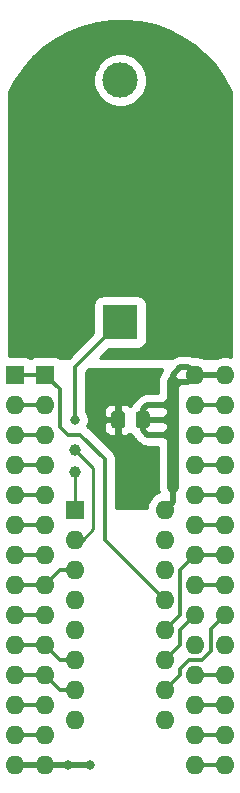
<source format=gtl>
%TF.GenerationSoftware,KiCad,Pcbnew,(5.1.9)-1*%
%TF.CreationDate,2021-02-22T17:40:15+08:00*%
%TF.ProjectId,SmartWatchRedux,536d6172-7457-4617-9463-685265647578,rev?*%
%TF.SameCoordinates,Original*%
%TF.FileFunction,Copper,L1,Top*%
%TF.FilePolarity,Positive*%
%FSLAX46Y46*%
G04 Gerber Fmt 4.6, Leading zero omitted, Abs format (unit mm)*
G04 Created by KiCad (PCBNEW (5.1.9)-1) date 2021-02-22 17:40:15*
%MOMM*%
%LPD*%
G01*
G04 APERTURE LIST*
%TA.AperFunction,ComponentPad*%
%ADD10O,1.600000X1.600000*%
%TD*%
%TA.AperFunction,ComponentPad*%
%ADD11R,1.600000X1.600000*%
%TD*%
%TA.AperFunction,ComponentPad*%
%ADD12C,1.000000*%
%TD*%
%TA.AperFunction,ComponentPad*%
%ADD13R,3.000000X3.000000*%
%TD*%
%TA.AperFunction,ComponentPad*%
%ADD14C,3.000000*%
%TD*%
%TA.AperFunction,ViaPad*%
%ADD15C,0.800000*%
%TD*%
%TA.AperFunction,Conductor*%
%ADD16C,0.350000*%
%TD*%
%TA.AperFunction,Conductor*%
%ADD17C,0.500000*%
%TD*%
%TA.AperFunction,Conductor*%
%ADD18C,1.000000*%
%TD*%
%TA.AperFunction,Conductor*%
%ADD19C,0.250000*%
%TD*%
%TA.AperFunction,Conductor*%
%ADD20C,0.254000*%
%TD*%
%TA.AperFunction,Conductor*%
%ADD21C,0.100000*%
%TD*%
G04 APERTURE END LIST*
D10*
%TO.P,CN1,28*%
%TO.N,VCC*%
X123190000Y-63500000D03*
%TO.P,CN1,14*%
%TO.N,GND*%
X107950000Y-96520000D03*
%TO.P,CN1,27*%
%TO.N,Net-(CN1-Pad27)*%
X123190000Y-66040000D03*
%TO.P,CN1,13*%
%TO.N,Net-(CN1-Pad13)*%
X107950000Y-93980000D03*
%TO.P,CN1,26*%
%TO.N,Net-(CN1-Pad26)*%
X123190000Y-68580000D03*
%TO.P,CN1,12*%
%TO.N,Net-(CN1-Pad12)*%
X107950000Y-91440000D03*
%TO.P,CN1,25*%
%TO.N,Net-(CN1-Pad25)*%
X123190000Y-71120000D03*
%TO.P,CN1,11*%
%TO.N,Net-(CN1-Pad11)*%
X107950000Y-88900000D03*
%TO.P,CN1,24*%
%TO.N,Net-(CN1-Pad24)*%
X123190000Y-73660000D03*
%TO.P,CN1,10*%
%TO.N,Net-(CN1-Pad10)*%
X107950000Y-86360000D03*
%TO.P,CN1,23*%
%TO.N,Net-(CN1-Pad23)*%
X123190000Y-76200000D03*
%TO.P,CN1,9*%
%TO.N,Net-(CN1-Pad9)*%
X107950000Y-83820000D03*
%TO.P,CN1,22*%
%TO.N,Net-(CN1-Pad22)*%
X123190000Y-78740000D03*
%TO.P,CN1,8*%
%TO.N,Net-(CN1-Pad8)*%
X107950000Y-81280000D03*
%TO.P,CN1,21*%
%TO.N,Net-(CN1-Pad21)*%
X123190000Y-81280000D03*
%TO.P,CN1,7*%
%TO.N,Net-(CN1-Pad7)*%
X107950000Y-78740000D03*
%TO.P,CN1,20*%
%TO.N,Net-(CN1-Pad20)*%
X123190000Y-83820000D03*
%TO.P,CN1,6*%
%TO.N,Net-(CN1-Pad6)*%
X107950000Y-76200000D03*
%TO.P,CN1,19*%
%TO.N,Net-(CN1-Pad19)*%
X123190000Y-86360000D03*
%TO.P,CN1,5*%
%TO.N,Net-(CN1-Pad5)*%
X107950000Y-73660000D03*
%TO.P,CN1,18*%
%TO.N,Net-(CN1-Pad18)*%
X123190000Y-88900000D03*
%TO.P,CN1,4*%
%TO.N,Net-(CN1-Pad4)*%
X107950000Y-71120000D03*
%TO.P,CN1,17*%
%TO.N,Net-(CN1-Pad17)*%
X123190000Y-91440000D03*
%TO.P,CN1,3*%
%TO.N,Net-(CN1-Pad3)*%
X107950000Y-68580000D03*
%TO.P,CN1,16*%
%TO.N,Net-(CN1-Pad16)*%
X123190000Y-93980000D03*
%TO.P,CN1,2*%
%TO.N,Net-(CN1-Pad2)*%
X107950000Y-66040000D03*
%TO.P,CN1,15*%
%TO.N,Net-(CN1-Pad15)*%
X123190000Y-96520000D03*
D11*
%TO.P,CN1,1*%
%TO.N,Net-(CN1-Pad1)*%
X107950000Y-63500000D03*
%TD*%
%TO.P,C1,2*%
%TO.N,GND*%
%TA.AperFunction,SMDPad,CuDef*%
G36*
G01*
X117257500Y-66835000D02*
X117257500Y-67785000D01*
G75*
G02*
X117007500Y-68035000I-250000J0D01*
G01*
X116332500Y-68035000D01*
G75*
G02*
X116082500Y-67785000I0J250000D01*
G01*
X116082500Y-66835000D01*
G75*
G02*
X116332500Y-66585000I250000J0D01*
G01*
X117007500Y-66585000D01*
G75*
G02*
X117257500Y-66835000I0J-250000D01*
G01*
G37*
%TD.AperFunction*%
%TO.P,C1,1*%
%TO.N,VCC*%
%TA.AperFunction,SMDPad,CuDef*%
G36*
G01*
X119332500Y-66835000D02*
X119332500Y-67785000D01*
G75*
G02*
X119082500Y-68035000I-250000J0D01*
G01*
X118407500Y-68035000D01*
G75*
G02*
X118157500Y-67785000I0J250000D01*
G01*
X118157500Y-66835000D01*
G75*
G02*
X118407500Y-66585000I250000J0D01*
G01*
X119082500Y-66585000D01*
G75*
G02*
X119332500Y-66835000I0J-250000D01*
G01*
G37*
%TD.AperFunction*%
%TD*%
D12*
%TO.P,Y1,1*%
%TO.N,/XTAL1*%
X113030000Y-71755000D03*
%TO.P,Y1,2*%
%TO.N,/XTAL2*%
X113030000Y-69855000D03*
%TD*%
D10*
%TO.P,U1,28*%
%TO.N,VCC*%
X125730000Y-63500000D03*
%TO.P,U1,14*%
%TO.N,GND*%
X110490000Y-96520000D03*
%TO.P,U1,27*%
%TO.N,Net-(CN1-Pad27)*%
X125730000Y-66040000D03*
%TO.P,U1,13*%
%TO.N,Net-(CN1-Pad13)*%
X110490000Y-93980000D03*
%TO.P,U1,26*%
%TO.N,Net-(CN1-Pad26)*%
X125730000Y-68580000D03*
%TO.P,U1,12*%
%TO.N,Net-(CN1-Pad12)*%
X110490000Y-91440000D03*
%TO.P,U1,25*%
%TO.N,Net-(CN1-Pad25)*%
X125730000Y-71120000D03*
%TO.P,U1,11*%
%TO.N,Net-(CN1-Pad11)*%
X110490000Y-88900000D03*
%TO.P,U1,24*%
%TO.N,Net-(CN1-Pad24)*%
X125730000Y-73660000D03*
%TO.P,U1,10*%
%TO.N,Net-(CN1-Pad10)*%
X110490000Y-86360000D03*
%TO.P,U1,23*%
%TO.N,Net-(CN1-Pad23)*%
X125730000Y-76200000D03*
%TO.P,U1,9*%
%TO.N,Net-(CN1-Pad9)*%
X110490000Y-83820000D03*
%TO.P,U1,22*%
%TO.N,Net-(CN1-Pad22)*%
X125730000Y-78740000D03*
%TO.P,U1,8*%
%TO.N,Net-(CN1-Pad8)*%
X110490000Y-81280000D03*
%TO.P,U1,21*%
%TO.N,Net-(CN1-Pad21)*%
X125730000Y-81280000D03*
%TO.P,U1,7*%
%TO.N,Net-(CN1-Pad7)*%
X110490000Y-78740000D03*
%TO.P,U1,20*%
%TO.N,Net-(U1-Pad20)*%
X125730000Y-83820000D03*
%TO.P,U1,6*%
%TO.N,Net-(CN1-Pad6)*%
X110490000Y-76200000D03*
%TO.P,U1,19*%
%TO.N,Net-(CN1-Pad19)*%
X125730000Y-86360000D03*
%TO.P,U1,5*%
%TO.N,Net-(CN1-Pad5)*%
X110490000Y-73660000D03*
%TO.P,U1,18*%
%TO.N,Net-(CN1-Pad18)*%
X125730000Y-88900000D03*
%TO.P,U1,4*%
%TO.N,Net-(CN1-Pad4)*%
X110490000Y-71120000D03*
%TO.P,U1,17*%
%TO.N,Net-(CN1-Pad17)*%
X125730000Y-91440000D03*
%TO.P,U1,3*%
%TO.N,Net-(CN1-Pad3)*%
X110490000Y-68580000D03*
%TO.P,U1,16*%
%TO.N,Net-(CN1-Pad16)*%
X125730000Y-93980000D03*
%TO.P,U1,2*%
%TO.N,Net-(CN1-Pad2)*%
X110490000Y-66040000D03*
%TO.P,U1,15*%
%TO.N,Net-(CN1-Pad15)*%
X125730000Y-96520000D03*
D11*
%TO.P,U1,1*%
%TO.N,Net-(CN1-Pad1)*%
X110490000Y-63500000D03*
%TD*%
D10*
%TO.P,U2,16*%
%TO.N,VCC*%
X120650000Y-74930000D03*
%TO.P,U2,8*%
%TO.N,GND*%
X113030000Y-92710000D03*
%TO.P,U2,15*%
%TO.N,Net-(U2-Pad15)*%
X120650000Y-77470000D03*
%TO.P,U2,7*%
%TO.N,Net-(CN1-Pad11)*%
X113030000Y-90170000D03*
%TO.P,U2,14*%
%TO.N,GND*%
X120650000Y-80010000D03*
%TO.P,U2,6*%
%TO.N,Net-(CN1-Pad10)*%
X113030000Y-87630000D03*
%TO.P,U2,13*%
%TO.N,Net-(CN1-Pad1)*%
X120650000Y-82550000D03*
%TO.P,U2,5*%
%TO.N,GND*%
X113030000Y-85090000D03*
%TO.P,U2,12*%
%TO.N,Net-(CN1-Pad22)*%
X120650000Y-85090000D03*
%TO.P,U2,4*%
%TO.N,Net-(BAT1-Pad1)*%
X113030000Y-82550000D03*
%TO.P,U2,11*%
%TO.N,Net-(CN1-Pad20)*%
X120650000Y-87630000D03*
%TO.P,U2,3*%
%TO.N,Net-(CN1-Pad8)*%
X113030000Y-80010000D03*
%TO.P,U2,10*%
%TO.N,Net-(U1-Pad20)*%
X120650000Y-90170000D03*
%TO.P,U2,2*%
%TO.N,/XTAL2*%
X113030000Y-77470000D03*
%TO.P,U2,9*%
%TO.N,Net-(U2-Pad15)*%
X120650000Y-92710000D03*
D11*
%TO.P,U2,1*%
%TO.N,/XTAL1*%
X113030000Y-74930000D03*
%TD*%
D13*
%TO.P,BAT1,1*%
%TO.N,Net-(BAT1-Pad1)*%
X116840000Y-59055000D03*
D14*
%TO.P,BAT1,2*%
%TO.N,GND*%
X116840000Y-38565000D03*
%TD*%
D15*
%TO.N,Net-(BAT1-Pad1)*%
X113030000Y-67310000D03*
%TO.N,GND*%
X114935000Y-64770000D03*
X116840000Y-64770000D03*
X118745000Y-64770000D03*
X112395000Y-96520000D03*
X114300000Y-96520000D03*
X116840000Y-73660000D03*
X118745000Y-73660000D03*
X114935000Y-67310000D03*
X116840000Y-42926000D03*
X116840000Y-54356000D03*
%TO.N,VCC*%
X121285000Y-73025000D03*
%TD*%
D16*
%TO.N,Net-(BAT1-Pad1)*%
X113030000Y-62865000D02*
X116840000Y-59055000D01*
X113030000Y-67310000D02*
X113030000Y-62865000D01*
D17*
%TO.N,GND*%
X107950000Y-96520000D02*
X110490000Y-96520000D01*
X116670000Y-67310000D02*
X116670000Y-69680000D01*
X116670000Y-69680000D02*
X116840000Y-69850000D01*
X114935000Y-64770000D02*
X116840000Y-64770000D01*
X116840000Y-64770000D02*
X118745000Y-64770000D01*
X116670000Y-64940000D02*
X116840000Y-64770000D01*
X116670000Y-67310000D02*
X116670000Y-64940000D01*
X110490000Y-96520000D02*
X112395000Y-96520000D01*
X112395000Y-96520000D02*
X114300000Y-96520000D01*
X116840000Y-69850000D02*
X116840000Y-73660000D01*
X116840000Y-73660000D02*
X118745000Y-73660000D01*
X114935000Y-64770000D02*
X114935000Y-67310000D01*
%TO.N,VCC*%
X123190000Y-63500000D02*
X125730000Y-63500000D01*
X121285000Y-63500000D02*
X121285000Y-64135000D01*
X122555000Y-64135000D02*
X123190000Y-63500000D01*
X123190000Y-63500000D02*
X122555000Y-62865000D01*
X122555000Y-62865000D02*
X121920000Y-62865000D01*
X121920000Y-62865000D02*
X121285000Y-63500000D01*
X118745000Y-66421000D02*
X119126000Y-66040000D01*
X118745000Y-67310000D02*
X118745000Y-66421000D01*
X118745000Y-68199000D02*
X119126000Y-68580000D01*
X118745000Y-67310000D02*
X118745000Y-68199000D01*
X120650000Y-66040000D02*
X121285000Y-65405000D01*
D18*
X121285000Y-66040000D02*
X121285000Y-65405000D01*
D17*
X120650000Y-66040000D02*
X121285000Y-66040000D01*
X120650000Y-66040000D02*
X121285000Y-66675000D01*
D18*
X121285000Y-66675000D02*
X121285000Y-66040000D01*
X121285000Y-67310000D02*
X121285000Y-66675000D01*
X121285000Y-67945000D02*
X121285000Y-67310000D01*
X121285000Y-68580000D02*
X121285000Y-67945000D01*
D17*
X120650000Y-67310000D02*
X121285000Y-67945000D01*
X120650000Y-67310000D02*
X121285000Y-67310000D01*
X120650000Y-67310000D02*
X121285000Y-66675000D01*
X120650000Y-68580000D02*
X121285000Y-67945000D01*
X120650000Y-68580000D02*
X121285000Y-68580000D01*
X120650000Y-68580000D02*
X121285000Y-69215000D01*
D18*
X121285000Y-69215000D02*
X121285000Y-68580000D01*
D17*
X119126000Y-68580000D02*
X120650000Y-68580000D01*
X119126000Y-66040000D02*
X120650000Y-66040000D01*
X118745000Y-67310000D02*
X120650000Y-67310000D01*
D18*
X121285000Y-73025000D02*
X121285000Y-69215000D01*
D17*
X121285000Y-74295000D02*
X120650000Y-74930000D01*
X121285000Y-73025000D02*
X121285000Y-74295000D01*
X121920000Y-64135000D02*
X121285000Y-64770000D01*
D18*
X121285000Y-64770000D02*
X121285000Y-64135000D01*
X121285000Y-65405000D02*
X121285000Y-64770000D01*
D17*
X121285000Y-64135000D02*
X121920000Y-64135000D01*
X121920000Y-64135000D02*
X122555000Y-64135000D01*
D16*
%TO.N,Net-(CN1-Pad27)*%
X123190000Y-66040000D02*
X125730000Y-66040000D01*
%TO.N,Net-(CN1-Pad13)*%
X110490000Y-93980000D02*
X107950000Y-93980000D01*
%TO.N,Net-(CN1-Pad26)*%
X125730000Y-68580000D02*
X123190000Y-68580000D01*
%TO.N,Net-(CN1-Pad12)*%
X107950000Y-91440000D02*
X110490000Y-91440000D01*
%TO.N,Net-(CN1-Pad25)*%
X123190000Y-71120000D02*
X125730000Y-71120000D01*
%TO.N,Net-(CN1-Pad11)*%
X110490000Y-88900000D02*
X107950000Y-88900000D01*
X111760000Y-90170000D02*
X110490000Y-88900000D01*
X113030000Y-90170000D02*
X111760000Y-90170000D01*
%TO.N,Net-(CN1-Pad24)*%
X125730000Y-73660000D02*
X123190000Y-73660000D01*
%TO.N,Net-(CN1-Pad10)*%
X107950000Y-86360000D02*
X110490000Y-86360000D01*
X111760000Y-87630000D02*
X110490000Y-86360000D01*
X113030000Y-87630000D02*
X111760000Y-87630000D01*
%TO.N,Net-(CN1-Pad23)*%
X123190000Y-76200000D02*
X125730000Y-76200000D01*
%TO.N,Net-(CN1-Pad9)*%
X110490000Y-83820000D02*
X107950000Y-83820000D01*
%TO.N,Net-(CN1-Pad22)*%
X125730000Y-78740000D02*
X123190000Y-78740000D01*
X121920000Y-80010000D02*
X123190000Y-78740000D01*
X121920000Y-83820000D02*
X121920000Y-80010000D01*
X120650000Y-85090000D02*
X121920000Y-83820000D01*
%TO.N,Net-(CN1-Pad8)*%
X107950000Y-81280000D02*
X110490000Y-81280000D01*
X111760000Y-80010000D02*
X110490000Y-81280000D01*
X113030000Y-80010000D02*
X111760000Y-80010000D01*
%TO.N,Net-(CN1-Pad21)*%
X125730000Y-81280000D02*
X123190000Y-81280000D01*
%TO.N,Net-(CN1-Pad7)*%
X110490000Y-78740000D02*
X107950000Y-78740000D01*
%TO.N,Net-(CN1-Pad20)*%
X121920000Y-85090000D02*
X123190000Y-83820000D01*
X121920000Y-86360000D02*
X121920000Y-85090000D01*
X120650000Y-87630000D02*
X121920000Y-86360000D01*
%TO.N,Net-(CN1-Pad6)*%
X107950000Y-76200000D02*
X110490000Y-76200000D01*
%TO.N,Net-(CN1-Pad5)*%
X110490000Y-73660000D02*
X107950000Y-73660000D01*
%TO.N,Net-(CN1-Pad18)*%
X125730000Y-88900000D02*
X123190000Y-88900000D01*
%TO.N,Net-(CN1-Pad4)*%
X107950000Y-71120000D02*
X110490000Y-71120000D01*
%TO.N,Net-(CN1-Pad17)*%
X123190000Y-91440000D02*
X125730000Y-91440000D01*
%TO.N,Net-(CN1-Pad3)*%
X110490000Y-68580000D02*
X107950000Y-68580000D01*
%TO.N,Net-(CN1-Pad16)*%
X125730000Y-93980000D02*
X123190000Y-93980000D01*
%TO.N,Net-(CN1-Pad2)*%
X107950000Y-66040000D02*
X110490000Y-66040000D01*
%TO.N,Net-(CN1-Pad15)*%
X123190000Y-96520000D02*
X125730000Y-96520000D01*
%TO.N,Net-(CN1-Pad1)*%
X110490000Y-63500000D02*
X107950000Y-63500000D01*
X115570000Y-77470000D02*
X120650000Y-82550000D01*
X113474500Y-68580000D02*
X115570000Y-70675500D01*
X111715001Y-67900001D02*
X112395000Y-68580000D01*
X112395000Y-68580000D02*
X113474500Y-68580000D01*
X111715001Y-64725001D02*
X111715001Y-67900001D01*
X115570000Y-70675500D02*
X115570000Y-77470000D01*
X110490000Y-63500000D02*
X111715001Y-64725001D01*
%TO.N,Net-(U1-Pad20)*%
X124504999Y-85045001D02*
X125730000Y-83820000D01*
X123733002Y-87630000D02*
X124504999Y-86858003D01*
X124504999Y-86858003D02*
X124504999Y-85045001D01*
X121920000Y-88401997D02*
X121920000Y-88900000D01*
X120650000Y-90170000D02*
X121920000Y-88900000D01*
X122691997Y-87630000D02*
X123733002Y-87630000D01*
X121920000Y-88401997D02*
X122691997Y-87630000D01*
D19*
%TO.N,/XTAL2*%
X113665000Y-77470000D02*
X113030000Y-77470000D01*
X114554000Y-76581000D02*
X113665000Y-77470000D01*
X114554000Y-71379000D02*
X114554000Y-76581000D01*
X113030000Y-69855000D02*
X114554000Y-71379000D01*
%TO.N,/XTAL1*%
X113030000Y-71755000D02*
X113030000Y-74930000D01*
%TD*%
D20*
%TO.N,GND*%
X120345511Y-63110852D02*
X120287643Y-63301614D01*
X120280999Y-63369078D01*
X120230608Y-63430478D01*
X120113423Y-63649717D01*
X120041260Y-63887605D01*
X120023000Y-64073004D01*
X120023000Y-65028000D01*
X119175700Y-65028000D01*
X119125999Y-65023105D01*
X119076298Y-65028000D01*
X119076289Y-65028000D01*
X118927613Y-65042643D01*
X118736851Y-65100511D01*
X118561043Y-65194482D01*
X118406946Y-65320946D01*
X118375254Y-65359563D01*
X118064554Y-65670262D01*
X118025947Y-65701946D01*
X117994263Y-65740553D01*
X117994257Y-65740559D01*
X117899482Y-65856043D01*
X117834293Y-65978005D01*
X117815435Y-66013287D01*
X117689302Y-66116802D01*
X117688760Y-66117463D01*
X117611994Y-66054463D01*
X117501680Y-65995498D01*
X117381982Y-65959188D01*
X117257500Y-65946928D01*
X116955750Y-65950000D01*
X116797000Y-66108750D01*
X116797000Y-67183000D01*
X116817000Y-67183000D01*
X116817000Y-67437000D01*
X116797000Y-67437000D01*
X116797000Y-68511250D01*
X116955750Y-68670000D01*
X117257500Y-68673072D01*
X117381982Y-68660812D01*
X117501680Y-68624502D01*
X117611994Y-68565537D01*
X117688760Y-68502537D01*
X117689302Y-68503198D01*
X117815435Y-68606713D01*
X117899482Y-68763957D01*
X117994257Y-68879441D01*
X117994263Y-68879447D01*
X118025947Y-68918054D01*
X118064554Y-68949738D01*
X118375254Y-69260437D01*
X118406946Y-69299054D01*
X118561043Y-69425518D01*
X118736851Y-69519489D01*
X118927613Y-69577357D01*
X119076289Y-69592000D01*
X119076298Y-69592000D01*
X119125999Y-69596895D01*
X119175700Y-69592000D01*
X120023001Y-69592000D01*
X120023000Y-73086995D01*
X120041260Y-73272394D01*
X120100293Y-73466999D01*
X119910115Y-73545773D01*
X119654283Y-73716715D01*
X119436715Y-73934283D01*
X119265773Y-74190115D01*
X119148027Y-74474381D01*
X119088000Y-74776156D01*
X119088000Y-74803000D01*
X116507000Y-74803000D01*
X116507000Y-70721517D01*
X116511532Y-70675500D01*
X116507000Y-70629483D01*
X116507000Y-70629475D01*
X116493442Y-70491816D01*
X116439863Y-70315191D01*
X116352856Y-70152412D01*
X116235764Y-70009736D01*
X116200018Y-69980400D01*
X114254618Y-68035000D01*
X115444428Y-68035000D01*
X115456688Y-68159482D01*
X115492998Y-68279180D01*
X115551963Y-68389494D01*
X115631315Y-68486185D01*
X115728006Y-68565537D01*
X115838320Y-68624502D01*
X115958018Y-68660812D01*
X116082500Y-68673072D01*
X116384250Y-68670000D01*
X116543000Y-68511250D01*
X116543000Y-67437000D01*
X115606250Y-67437000D01*
X115447500Y-67595750D01*
X115444428Y-68035000D01*
X114254618Y-68035000D01*
X114169606Y-67949988D01*
X114140264Y-67914236D01*
X114063539Y-67851269D01*
X114147345Y-67648943D01*
X114192000Y-67424447D01*
X114192000Y-67195553D01*
X114147345Y-66971057D01*
X114059751Y-66759587D01*
X113967000Y-66620775D01*
X113967000Y-66585000D01*
X115444428Y-66585000D01*
X115447500Y-67024250D01*
X115606250Y-67183000D01*
X116543000Y-67183000D01*
X116543000Y-66108750D01*
X116384250Y-65950000D01*
X116082500Y-65946928D01*
X115958018Y-65959188D01*
X115838320Y-65995498D01*
X115728006Y-66054463D01*
X115631315Y-66133815D01*
X115551963Y-66230506D01*
X115492998Y-66340820D01*
X115456688Y-66460518D01*
X115444428Y-66585000D01*
X113967000Y-66585000D01*
X113967000Y-63253117D01*
X114228117Y-62992000D01*
X120409038Y-62992000D01*
X120345511Y-63110852D01*
%TA.AperFunction,Conductor*%
D21*
G36*
X120345511Y-63110852D02*
G01*
X120287643Y-63301614D01*
X120280999Y-63369078D01*
X120230608Y-63430478D01*
X120113423Y-63649717D01*
X120041260Y-63887605D01*
X120023000Y-64073004D01*
X120023000Y-65028000D01*
X119175700Y-65028000D01*
X119125999Y-65023105D01*
X119076298Y-65028000D01*
X119076289Y-65028000D01*
X118927613Y-65042643D01*
X118736851Y-65100511D01*
X118561043Y-65194482D01*
X118406946Y-65320946D01*
X118375254Y-65359563D01*
X118064554Y-65670262D01*
X118025947Y-65701946D01*
X117994263Y-65740553D01*
X117994257Y-65740559D01*
X117899482Y-65856043D01*
X117834293Y-65978005D01*
X117815435Y-66013287D01*
X117689302Y-66116802D01*
X117688760Y-66117463D01*
X117611994Y-66054463D01*
X117501680Y-65995498D01*
X117381982Y-65959188D01*
X117257500Y-65946928D01*
X116955750Y-65950000D01*
X116797000Y-66108750D01*
X116797000Y-67183000D01*
X116817000Y-67183000D01*
X116817000Y-67437000D01*
X116797000Y-67437000D01*
X116797000Y-68511250D01*
X116955750Y-68670000D01*
X117257500Y-68673072D01*
X117381982Y-68660812D01*
X117501680Y-68624502D01*
X117611994Y-68565537D01*
X117688760Y-68502537D01*
X117689302Y-68503198D01*
X117815435Y-68606713D01*
X117899482Y-68763957D01*
X117994257Y-68879441D01*
X117994263Y-68879447D01*
X118025947Y-68918054D01*
X118064554Y-68949738D01*
X118375254Y-69260437D01*
X118406946Y-69299054D01*
X118561043Y-69425518D01*
X118736851Y-69519489D01*
X118927613Y-69577357D01*
X119076289Y-69592000D01*
X119076298Y-69592000D01*
X119125999Y-69596895D01*
X119175700Y-69592000D01*
X120023001Y-69592000D01*
X120023000Y-73086995D01*
X120041260Y-73272394D01*
X120100293Y-73466999D01*
X119910115Y-73545773D01*
X119654283Y-73716715D01*
X119436715Y-73934283D01*
X119265773Y-74190115D01*
X119148027Y-74474381D01*
X119088000Y-74776156D01*
X119088000Y-74803000D01*
X116507000Y-74803000D01*
X116507000Y-70721517D01*
X116511532Y-70675500D01*
X116507000Y-70629483D01*
X116507000Y-70629475D01*
X116493442Y-70491816D01*
X116439863Y-70315191D01*
X116352856Y-70152412D01*
X116235764Y-70009736D01*
X116200018Y-69980400D01*
X114254618Y-68035000D01*
X115444428Y-68035000D01*
X115456688Y-68159482D01*
X115492998Y-68279180D01*
X115551963Y-68389494D01*
X115631315Y-68486185D01*
X115728006Y-68565537D01*
X115838320Y-68624502D01*
X115958018Y-68660812D01*
X116082500Y-68673072D01*
X116384250Y-68670000D01*
X116543000Y-68511250D01*
X116543000Y-67437000D01*
X115606250Y-67437000D01*
X115447500Y-67595750D01*
X115444428Y-68035000D01*
X114254618Y-68035000D01*
X114169606Y-67949988D01*
X114140264Y-67914236D01*
X114063539Y-67851269D01*
X114147345Y-67648943D01*
X114192000Y-67424447D01*
X114192000Y-67195553D01*
X114147345Y-66971057D01*
X114059751Y-66759587D01*
X113967000Y-66620775D01*
X113967000Y-66585000D01*
X115444428Y-66585000D01*
X115447500Y-67024250D01*
X115606250Y-67183000D01*
X116543000Y-67183000D01*
X116543000Y-66108750D01*
X116384250Y-65950000D01*
X116082500Y-65946928D01*
X115958018Y-65959188D01*
X115838320Y-65995498D01*
X115728006Y-66054463D01*
X115631315Y-66133815D01*
X115551963Y-66230506D01*
X115492998Y-66340820D01*
X115456688Y-66460518D01*
X115444428Y-66585000D01*
X113967000Y-66585000D01*
X113967000Y-63253117D01*
X114228117Y-62992000D01*
X120409038Y-62992000D01*
X120345511Y-63110852D01*
G37*
%TD.AperFunction*%
%TD*%
D20*
%TO.N,GND*%
X118545427Y-33655782D02*
X119753574Y-33934247D01*
X120919507Y-34355834D01*
X122026360Y-34914446D01*
X123058080Y-35601981D01*
X123999727Y-36408483D01*
X124837672Y-37322278D01*
X125559764Y-38330120D01*
X126164243Y-39433282D01*
X126213001Y-39540520D01*
X126213000Y-49568653D01*
X126213001Y-49568663D01*
X126213001Y-62009369D01*
X126185619Y-61998027D01*
X125883844Y-61938000D01*
X125576156Y-61938000D01*
X125274381Y-61998027D01*
X125020952Y-62103000D01*
X123899048Y-62103000D01*
X123645619Y-61998027D01*
X123343844Y-61938000D01*
X123036156Y-61938000D01*
X122986131Y-61947951D01*
X122944149Y-61925511D01*
X122753387Y-61867643D01*
X122604711Y-61853000D01*
X122604701Y-61853000D01*
X122555000Y-61848105D01*
X122505299Y-61853000D01*
X121969708Y-61853000D01*
X121920000Y-61848104D01*
X121870292Y-61853000D01*
X121870289Y-61853000D01*
X121721613Y-61867643D01*
X121530851Y-61925511D01*
X121355043Y-62019482D01*
X121253276Y-62103000D01*
X115117118Y-62103000D01*
X115899432Y-61320686D01*
X118340000Y-61320686D01*
X118489378Y-61305974D01*
X118633015Y-61262402D01*
X118765392Y-61191645D01*
X118881422Y-61096422D01*
X118976645Y-60980392D01*
X119047402Y-60848015D01*
X119090974Y-60704378D01*
X119105686Y-60555000D01*
X119105686Y-57555000D01*
X119090974Y-57405622D01*
X119047402Y-57261985D01*
X118976645Y-57129608D01*
X118881422Y-57013578D01*
X118765392Y-56918355D01*
X118633015Y-56847598D01*
X118489378Y-56804026D01*
X118340000Y-56789314D01*
X115340000Y-56789314D01*
X115190622Y-56804026D01*
X115046985Y-56847598D01*
X114914608Y-56918355D01*
X114798578Y-57013578D01*
X114703355Y-57129608D01*
X114632598Y-57261985D01*
X114589026Y-57405622D01*
X114574314Y-57555000D01*
X114574314Y-59995568D01*
X112466883Y-62103000D01*
X111763700Y-62103000D01*
X111715392Y-62063355D01*
X111583015Y-61992598D01*
X111439378Y-61949026D01*
X111290000Y-61934314D01*
X109690000Y-61934314D01*
X109540622Y-61949026D01*
X109396985Y-61992598D01*
X109264608Y-62063355D01*
X109220000Y-62099964D01*
X109175392Y-62063355D01*
X109043015Y-61992598D01*
X108899378Y-61949026D01*
X108750000Y-61934314D01*
X107467000Y-61934314D01*
X107467000Y-39559520D01*
X107966723Y-38582109D01*
X108128409Y-38342212D01*
X114578000Y-38342212D01*
X114578000Y-38787788D01*
X114664927Y-39224801D01*
X114835441Y-39636459D01*
X115082990Y-40006941D01*
X115398059Y-40322010D01*
X115768541Y-40569559D01*
X116180199Y-40740073D01*
X116617212Y-40827000D01*
X117062788Y-40827000D01*
X117499801Y-40740073D01*
X117911459Y-40569559D01*
X118281941Y-40322010D01*
X118597010Y-40006941D01*
X118844559Y-39636459D01*
X119015073Y-39224801D01*
X119102000Y-38787788D01*
X119102000Y-38342212D01*
X119015073Y-37905199D01*
X118844559Y-37493541D01*
X118597010Y-37123059D01*
X118281941Y-36807990D01*
X117911459Y-36560441D01*
X117499801Y-36389927D01*
X117062788Y-36303000D01*
X116617212Y-36303000D01*
X116180199Y-36389927D01*
X115768541Y-36560441D01*
X115398059Y-36807990D01*
X115082990Y-37123059D01*
X114835441Y-37493541D01*
X114664927Y-37905199D01*
X114578000Y-38342212D01*
X108128409Y-38342212D01*
X108659652Y-37554001D01*
X109471075Y-36616588D01*
X110389244Y-35783440D01*
X111400848Y-35066639D01*
X112491241Y-34476559D01*
X113644625Y-34021749D01*
X114844304Y-33708795D01*
X116072889Y-33542233D01*
X117312575Y-33524477D01*
X118545427Y-33655782D01*
%TA.AperFunction,Conductor*%
D21*
G36*
X118545427Y-33655782D02*
G01*
X119753574Y-33934247D01*
X120919507Y-34355834D01*
X122026360Y-34914446D01*
X123058080Y-35601981D01*
X123999727Y-36408483D01*
X124837672Y-37322278D01*
X125559764Y-38330120D01*
X126164243Y-39433282D01*
X126213001Y-39540520D01*
X126213000Y-49568653D01*
X126213001Y-49568663D01*
X126213001Y-62009369D01*
X126185619Y-61998027D01*
X125883844Y-61938000D01*
X125576156Y-61938000D01*
X125274381Y-61998027D01*
X125020952Y-62103000D01*
X123899048Y-62103000D01*
X123645619Y-61998027D01*
X123343844Y-61938000D01*
X123036156Y-61938000D01*
X122986131Y-61947951D01*
X122944149Y-61925511D01*
X122753387Y-61867643D01*
X122604711Y-61853000D01*
X122604701Y-61853000D01*
X122555000Y-61848105D01*
X122505299Y-61853000D01*
X121969708Y-61853000D01*
X121920000Y-61848104D01*
X121870292Y-61853000D01*
X121870289Y-61853000D01*
X121721613Y-61867643D01*
X121530851Y-61925511D01*
X121355043Y-62019482D01*
X121253276Y-62103000D01*
X115117118Y-62103000D01*
X115899432Y-61320686D01*
X118340000Y-61320686D01*
X118489378Y-61305974D01*
X118633015Y-61262402D01*
X118765392Y-61191645D01*
X118881422Y-61096422D01*
X118976645Y-60980392D01*
X119047402Y-60848015D01*
X119090974Y-60704378D01*
X119105686Y-60555000D01*
X119105686Y-57555000D01*
X119090974Y-57405622D01*
X119047402Y-57261985D01*
X118976645Y-57129608D01*
X118881422Y-57013578D01*
X118765392Y-56918355D01*
X118633015Y-56847598D01*
X118489378Y-56804026D01*
X118340000Y-56789314D01*
X115340000Y-56789314D01*
X115190622Y-56804026D01*
X115046985Y-56847598D01*
X114914608Y-56918355D01*
X114798578Y-57013578D01*
X114703355Y-57129608D01*
X114632598Y-57261985D01*
X114589026Y-57405622D01*
X114574314Y-57555000D01*
X114574314Y-59995568D01*
X112466883Y-62103000D01*
X111763700Y-62103000D01*
X111715392Y-62063355D01*
X111583015Y-61992598D01*
X111439378Y-61949026D01*
X111290000Y-61934314D01*
X109690000Y-61934314D01*
X109540622Y-61949026D01*
X109396985Y-61992598D01*
X109264608Y-62063355D01*
X109220000Y-62099964D01*
X109175392Y-62063355D01*
X109043015Y-61992598D01*
X108899378Y-61949026D01*
X108750000Y-61934314D01*
X107467000Y-61934314D01*
X107467000Y-39559520D01*
X107966723Y-38582109D01*
X108128409Y-38342212D01*
X114578000Y-38342212D01*
X114578000Y-38787788D01*
X114664927Y-39224801D01*
X114835441Y-39636459D01*
X115082990Y-40006941D01*
X115398059Y-40322010D01*
X115768541Y-40569559D01*
X116180199Y-40740073D01*
X116617212Y-40827000D01*
X117062788Y-40827000D01*
X117499801Y-40740073D01*
X117911459Y-40569559D01*
X118281941Y-40322010D01*
X118597010Y-40006941D01*
X118844559Y-39636459D01*
X119015073Y-39224801D01*
X119102000Y-38787788D01*
X119102000Y-38342212D01*
X119015073Y-37905199D01*
X118844559Y-37493541D01*
X118597010Y-37123059D01*
X118281941Y-36807990D01*
X117911459Y-36560441D01*
X117499801Y-36389927D01*
X117062788Y-36303000D01*
X116617212Y-36303000D01*
X116180199Y-36389927D01*
X115768541Y-36560441D01*
X115398059Y-36807990D01*
X115082990Y-37123059D01*
X114835441Y-37493541D01*
X114664927Y-37905199D01*
X114578000Y-38342212D01*
X108128409Y-38342212D01*
X108659652Y-37554001D01*
X109471075Y-36616588D01*
X110389244Y-35783440D01*
X111400848Y-35066639D01*
X112491241Y-34476559D01*
X113644625Y-34021749D01*
X114844304Y-33708795D01*
X116072889Y-33542233D01*
X117312575Y-33524477D01*
X118545427Y-33655782D01*
G37*
%TD.AperFunction*%
%TD*%
M02*

</source>
